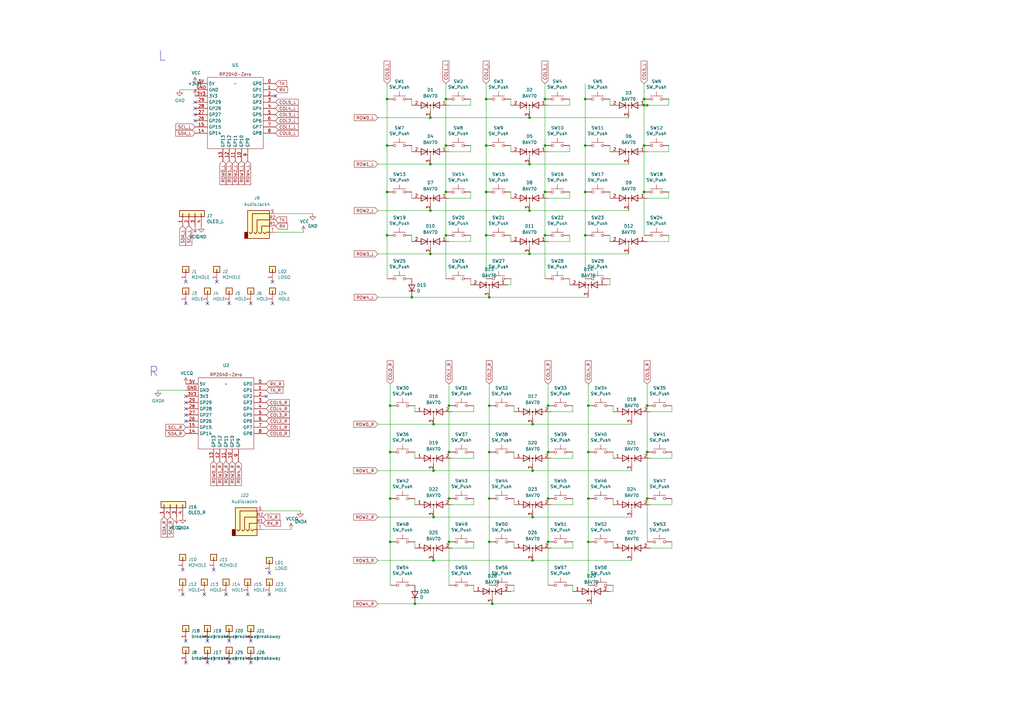
<source format=kicad_sch>
(kicad_sch (version 20230121) (generator eeschema)
  (paper "A3")
  (title_block (title "Lily58 Lite Rev3") (date "2024-09-07"))
  (junction (at 160.02 166.37))
  (junction (at 265.43 166.37))
  (junction (at 264.16 59.69))
  (junction (at 182.88 78.74))
  (junction (at 176.53 67.31))
  (junction (at 176.53 48.26))
  (junction (at 199.39 96.52))
  (junction (at 160.02 222.25))
  (junction (at 200.66 204.47))
  (junction (at 240.03 40.64))
  (junction (at 176.53 104.14))
  (junction (at 224.79 185.42))
  (junction (at 199.39 78.74))
  (junction (at 158.75 78.74))
  (junction (at 200.66 222.25))
  (junction (at 160.02 185.42))
  (junction (at 217.17 48.26))
  (junction (at 240.03 78.74))
  (junction (at 199.39 59.69))
  (junction (at 200.66 166.37))
  (junction (at 217.17 104.14))
  (junction (at 241.3 204.47))
  (junction (at 177.8 173.99))
  (junction (at 264.16 78.74))
  (junction (at 184.15 185.42))
  (junction (at 224.79 204.47))
  (junction (at 265.43 43.18))
  (junction (at 224.79 222.25))
  (junction (at 218.44 229.87))
  (junction (at 176.53 86.36))
  (junction (at 201.93 247.65))
  (junction (at 158.75 40.64))
  (junction (at 223.52 40.64))
  (junction (at 168.91 121.92))
  (junction (at 240.03 59.69))
  (junction (at 218.44 173.99))
  (junction (at 223.52 78.74))
  (junction (at 158.75 96.52))
  (junction (at 241.3 222.25))
  (junction (at 241.3 166.37))
  (junction (at 177.8 193.04))
  (junction (at 264.16 43.18))
  (junction (at 218.44 212.09))
  (junction (at 170.18 247.65))
  (junction (at 184.15 222.25))
  (junction (at 223.52 59.69))
  (junction (at 182.88 96.52))
  (junction (at 182.88 40.64))
  (junction (at 218.44 193.04))
  (junction (at 217.17 86.36))
  (junction (at 158.75 59.69))
  (junction (at 184.15 204.47))
  (junction (at 177.8 229.87))
  (junction (at 200.66 121.92))
  (junction (at 240.03 96.52))
  (junction (at 199.39 40.64))
  (junction (at 177.8 212.09))
  (junction (at 182.88 59.69))
  (junction (at 224.79 166.37))
  (junction (at 265.43 185.42))
  (junction (at 265.43 204.47))
  (junction (at 184.15 166.37))
  (junction (at 160.02 204.47))
  (junction (at 217.17 67.31))
  (junction (at 264.16 40.64))
  (junction (at 241.3 185.42))
  (junction (at 223.52 96.52))
  (junction (at 200.66 185.42))
  (no_connect (at 76.2 124.46))
  (no_connect (at 76.2 162.56))
  (no_connect (at 102.87 262.89))
  (no_connect (at 80.01 49.53))
  (no_connect (at 102.87 271.78))
  (no_connect (at 93.98 262.89))
  (no_connect (at 76.2 271.78))
  (no_connect (at 85.09 271.78))
  (no_connect (at 83.82 243.84))
  (no_connect (at 85.09 262.89))
  (no_connect (at 76.2 167.64))
  (no_connect (at 76.2 262.89))
  (no_connect (at 93.98 124.46))
  (no_connect (at 109.22 162.56))
  (no_connect (at 80.01 46.99))
  (no_connect (at 76.2 170.18))
  (no_connect (at 87.63 233.68))
  (no_connect (at 92.71 243.84))
  (no_connect (at 101.6 243.84))
  (no_connect (at 113.03 39.37))
  (no_connect (at 85.09 124.46))
  (no_connect (at 93.98 271.78))
  (no_connect (at 110.49 234.95))
  (no_connect (at 110.49 243.84))
  (no_connect (at 74.93 233.68))
  (no_connect (at 80.01 44.45))
  (no_connect (at 111.76 115.57))
  (no_connect (at 76.2 172.72))
  (no_connect (at 76.2 165.1))
  (no_connect (at 80.01 41.91))
  (no_connect (at 74.93 243.84))
  (no_connect (at 111.76 124.46))
  (no_connect (at 102.87 124.46))
  (no_connect (at 88.9 115.57))
  (no_connect (at 76.2 115.57))
  (wire (pts (xy 200.66 166.37) (xy 200.66 185.42)))
  (wire (pts (xy 265.43 157.48) (xy 265.43 166.37)))
  (wire (pts (xy 200.66 222.25) (xy 200.66 240.03)))
  (wire (pts (xy 266.7 168.91) (xy 275.59 168.91)))
  (wire (pts (xy 200.66 157.48) (xy 200.66 166.37)))
  (wire (pts (xy 226.06 224.79) (xy 234.95 224.79)))
  (wire (pts (xy 201.93 247.65) (xy 242.57 247.65)))
  (wire (pts (xy 240.03 59.69) (xy 240.03 78.74)))
  (wire (pts (xy 224.79 204.47) (xy 224.79 222.25)))
  (wire (pts (xy 113.03 87.63) (xy 128.27 87.63)))
  (wire (pts (xy 154.94 247.65) (xy 170.18 247.65)))
  (wire (pts (xy 275.59 224.79) (xy 275.59 222.25)))
  (wire (pts (xy 177.8 212.09) (xy 218.44 212.09)))
  (wire (pts (xy 233.68 59.69) (xy 233.68 62.23)))
  (wire (pts (xy 184.15 43.18) (xy 193.04 43.18)))
  (wire (pts (xy 217.17 104.14) (xy 257.81 104.14)))
  (wire (pts (xy 107.95 217.17) (xy 119.38 217.17)))
  (wire (pts (xy 224.79 185.42) (xy 224.79 204.47)))
  (wire (pts (xy 193.04 59.69) (xy 193.04 62.23)))
  (wire (pts (xy 184.15 157.48) (xy 184.15 166.37)))
  (wire (pts (xy 264.16 40.64) (xy 264.16 34.29)))
  (wire (pts (xy 154.94 173.99) (xy 177.8 173.99)))
  (wire (pts (xy 170.18 222.25) (xy 170.18 224.79)))
  (wire (pts (xy 107.95 209.55) (xy 123.19 209.55)))
  (wire (pts (xy 184.15 62.23) (xy 193.04 62.23)))
  (wire (pts (xy 241.3 157.48) (xy 241.3 166.37)))
  (wire (pts (xy 233.68 114.3) (xy 233.68 116.84)))
  (wire (pts (xy 194.31 207.01) (xy 194.31 204.47)))
  (wire (pts (xy 158.75 59.69) (xy 158.75 40.64)))
  (wire (pts (xy 177.8 173.99) (xy 218.44 173.99)))
  (wire (pts (xy 218.44 229.87) (xy 259.08 229.87)))
  (wire (pts (xy 209.55 78.74) (xy 209.55 81.28)))
  (wire (pts (xy 250.19 114.3) (xy 250.19 116.84)))
  (wire (pts (xy 168.91 40.64) (xy 168.91 43.18)))
  (wire (pts (xy 275.59 204.47) (xy 275.59 207.01)))
  (wire (pts (xy 224.79 62.23) (xy 233.68 62.23)))
  (wire (pts (xy 199.39 96.52) (xy 199.39 78.74)))
  (wire (pts (xy 233.68 78.74) (xy 233.68 81.28)))
  (wire (pts (xy 209.55 59.69) (xy 209.55 62.23)))
  (wire (pts (xy 208.28 116.84) (xy 209.55 116.84)))
  (wire (pts (xy 170.18 204.47) (xy 170.18 207.01)))
  (wire (pts (xy 185.42 224.79) (xy 194.31 224.79)))
  (wire (pts (xy 200.66 204.47) (xy 200.66 222.25)))
  (wire (pts (xy 193.04 116.84) (xy 193.04 114.3)))
  (wire (pts (xy 168.91 121.92) (xy 200.66 121.92)))
  (wire (pts (xy 218.44 193.04) (xy 259.08 193.04)))
  (wire (pts (xy 158.75 96.52) (xy 158.75 78.74)))
  (wire (pts (xy 251.46 185.42) (xy 251.46 187.96)))
  (wire (pts (xy 184.15 185.42) (xy 184.15 204.47)))
  (wire (pts (xy 185.42 168.91) (xy 194.31 168.91)))
  (wire (pts (xy 233.68 99.06) (xy 233.68 96.52)))
  (wire (pts (xy 251.46 166.37) (xy 251.46 168.91)))
  (wire (pts (xy 223.52 40.64) (xy 223.52 59.69)))
  (wire (pts (xy 224.79 166.37) (xy 224.79 185.42)))
  (wire (pts (xy 240.03 114.3) (xy 240.03 96.52)))
  (wire (pts (xy 168.91 59.69) (xy 168.91 62.23)))
  (wire (pts (xy 154.94 48.26) (xy 176.53 48.26)))
  (wire (pts (xy 234.95 222.25) (xy 234.95 224.79)))
  (wire (pts (xy 184.15 204.47) (xy 184.15 222.25)))
  (wire (pts (xy 240.03 34.29) (xy 240.03 40.64)))
  (wire (pts (xy 241.3 222.25) (xy 241.3 240.03)))
  (wire (pts (xy 241.3 185.42) (xy 241.3 204.47)))
  (wire (pts (xy 233.68 40.64) (xy 233.68 43.18)))
  (wire (pts (xy 264.16 43.18) (xy 264.16 59.69)))
  (wire (pts (xy 170.18 166.37) (xy 170.18 168.91)))
  (wire (pts (xy 275.59 185.42) (xy 275.59 187.96)))
  (wire (pts (xy 224.79 157.48) (xy 224.79 166.37)))
  (wire (pts (xy 274.32 78.74) (xy 274.32 81.28)))
  (wire (pts (xy 182.88 59.69) (xy 182.88 78.74)))
  (wire (pts (xy 193.04 40.64) (xy 193.04 43.18)))
  (wire (pts (xy 224.79 81.28) (xy 233.68 81.28)))
  (wire (pts (xy 209.55 242.57) (xy 210.82 242.57)))
  (wire (pts (xy 200.66 185.42) (xy 200.66 204.47)))
  (wire (pts (xy 194.31 185.42) (xy 194.31 187.96)))
  (wire (pts (xy 184.15 81.28) (xy 193.04 81.28)))
  (wire (pts (xy 193.04 78.74) (xy 193.04 81.28)))
  (wire (pts (xy 234.95 166.37) (xy 234.95 168.91)))
  (wire (pts (xy 160.02 240.03) (xy 160.02 222.25)))
  (wire (pts (xy 113.03 95.25) (xy 124.46 95.25)))
  (wire (pts (xy 250.19 78.74) (xy 250.19 81.28)))
  (wire (pts (xy 154.94 67.31) (xy 176.53 67.31)))
  (wire (pts (xy 234.95 204.47) (xy 234.95 207.01)))
  (wire (pts (xy 265.43 166.37) (xy 265.43 185.42)))
  (wire (pts (xy 184.15 99.06) (xy 193.04 99.06)))
  (wire (pts (xy 177.8 193.04) (xy 218.44 193.04)))
  (wire (pts (xy 182.88 96.52) (xy 182.88 114.3)))
  (wire (pts (xy 182.88 40.64) (xy 182.88 59.69)))
  (wire (pts (xy 217.17 48.26) (xy 257.81 48.26)))
  (wire (pts (xy 160.02 185.42) (xy 160.02 166.37)))
  (wire (pts (xy 251.46 204.47) (xy 251.46 207.01)))
  (wire (pts (xy 194.31 222.25) (xy 194.31 224.79)))
  (wire (pts (xy 251.46 240.03) (xy 251.46 242.57)))
  (wire (pts (xy 73.66 36.83) (xy 80.01 36.83)))
  (wire (pts (xy 182.88 78.74) (xy 182.88 96.52)))
  (wire (pts (xy 154.94 193.04) (xy 177.8 193.04)))
  (wire (pts (xy 226.06 187.96) (xy 234.95 187.96)))
  (wire (pts (xy 160.02 222.25) (xy 160.02 204.47)))
  (wire (pts (xy 264.16 78.74) (xy 264.16 96.52)))
  (wire (pts (xy 194.31 240.03) (xy 194.31 242.57)))
  (wire (pts (xy 266.7 224.79) (xy 275.59 224.79)))
  (wire (pts (xy 184.15 222.25) (xy 184.15 240.03)))
  (wire (pts (xy 185.42 207.01) (xy 194.31 207.01)))
  (wire (pts (xy 209.55 40.64) (xy 209.55 43.18)))
  (wire (pts (xy 275.59 166.37) (xy 275.59 168.91)))
  (wire (pts (xy 158.75 96.52) (xy 158.75 114.3)))
  (wire (pts (xy 210.82 166.37) (xy 210.82 168.91)))
  (wire (pts (xy 274.32 40.64) (xy 274.32 43.18)))
  (wire (pts (xy 199.39 59.69) (xy 199.39 78.74)))
  (wire (pts (xy 184.15 166.37) (xy 184.15 185.42)))
  (wire (pts (xy 200.66 121.92) (xy 241.3 121.92)))
  (wire (pts (xy 250.19 116.84) (xy 248.92 116.84)))
  (wire (pts (xy 274.32 59.69) (xy 274.32 62.23)))
  (wire (pts (xy 160.02 204.47) (xy 160.02 185.42)))
  (wire (pts (xy 154.94 121.92) (xy 168.91 121.92)))
  (wire (pts (xy 266.7 207.01) (xy 275.59 207.01)))
  (wire (pts (xy 177.8 229.87) (xy 218.44 229.87)))
  (wire (pts (xy 274.32 62.23) (xy 265.43 62.23)))
  (wire (pts (xy 168.91 96.52) (xy 168.91 99.06)))
  (wire (pts (xy 264.16 59.69) (xy 264.16 78.74)))
  (wire (pts (xy 209.55 96.52) (xy 209.55 99.06)))
  (wire (pts (xy 250.19 40.64) (xy 250.19 43.18)))
  (wire (pts (xy 182.88 34.29) (xy 182.88 40.64)))
  (wire (pts (xy 217.17 67.31) (xy 257.81 67.31)))
  (wire (pts (xy 224.79 222.25) (xy 224.79 240.03)))
  (wire (pts (xy 224.79 99.06) (xy 233.68 99.06)))
  (wire (pts (xy 176.53 48.26) (xy 217.17 48.26)))
  (wire (pts (xy 265.43 204.47) (xy 265.43 222.25)))
  (wire (pts (xy 176.53 104.14) (xy 217.17 104.14)))
  (wire (pts (xy 76.2 160.02) (xy 64.77 160.02)))
  (wire (pts (xy 176.53 86.36) (xy 217.17 86.36)))
  (wire (pts (xy 241.3 204.47) (xy 241.3 222.25)))
  (wire (pts (xy 226.06 207.01) (xy 234.95 207.01)))
  (wire (pts (xy 250.19 96.52) (xy 250.19 99.06)))
  (wire (pts (xy 223.52 34.29) (xy 223.52 40.64)))
  (wire (pts (xy 218.44 173.99) (xy 259.08 173.99)))
  (wire (pts (xy 199.39 59.69) (xy 199.39 40.64)))
  (wire (pts (xy 223.52 59.69) (xy 223.52 78.74)))
  (wire (pts (xy 199.39 114.3) (xy 199.39 96.52)))
  (wire (pts (xy 265.43 185.42) (xy 265.43 204.47)))
  (wire (pts (xy 266.7 187.96) (xy 275.59 187.96)))
  (wire (pts (xy 168.91 78.74) (xy 168.91 81.28)))
  (wire (pts (xy 274.32 81.28) (xy 265.43 81.28)))
  (wire (pts (xy 158.75 78.74) (xy 158.75 59.69)))
  (wire (pts (xy 209.55 114.3) (xy 209.55 116.84)))
  (wire (pts (xy 234.95 240.03) (xy 234.95 242.57)))
  (wire (pts (xy 251.46 222.25) (xy 251.46 224.79)))
  (wire (pts (xy 264.16 43.18) (xy 265.43 43.18)))
  (wire (pts (xy 170.18 247.65) (xy 201.93 247.65)))
  (wire (pts (xy 154.94 212.09) (xy 177.8 212.09)))
  (wire (pts (xy 217.17 86.36) (xy 257.81 86.36)))
  (wire (pts (xy 265.43 99.06) (xy 274.32 99.06)))
  (wire (pts (xy 226.06 168.91) (xy 234.95 168.91)))
  (wire (pts (xy 154.94 104.14) (xy 176.53 104.14)))
  (wire (pts (xy 240.03 40.64) (xy 240.03 59.69)))
  (wire (pts (xy 264.16 40.64) (xy 264.16 43.18)))
  (wire (pts (xy 274.32 96.52) (xy 274.32 99.06)))
  (wire (pts (xy 154.94 86.36) (xy 176.53 86.36)))
  (wire (pts (xy 234.95 185.42) (xy 234.95 187.96)))
  (wire (pts (xy 185.42 187.96) (xy 194.31 187.96)))
  (wire (pts (xy 210.82 204.47) (xy 210.82 207.01)))
  (wire (pts (xy 223.52 78.74) (xy 223.52 96.52)))
  (wire (pts (xy 240.03 96.52) (xy 240.03 78.74)))
  (wire (pts (xy 251.46 242.57) (xy 250.19 242.57)))
  (wire (pts (xy 274.32 43.18) (xy 265.43 43.18)))
  (wire (pts (xy 210.82 240.03) (xy 210.82 242.57)))
  (wire (pts (xy 250.19 59.69) (xy 250.19 62.23)))
  (wire (pts (xy 154.94 229.87) (xy 177.8 229.87)))
  (wire (pts (xy 176.53 67.31) (xy 217.17 67.31)))
  (wire (pts (xy 210.82 185.42) (xy 210.82 187.96)))
  (wire (pts (xy 210.82 222.25) (xy 210.82 224.79)))
  (wire (pts (xy 194.31 166.37) (xy 194.31 168.91)))
  (wire (pts (xy 241.3 166.37) (xy 241.3 185.42)))
  (wire (pts (xy 170.18 185.42) (xy 170.18 187.96)))
  (wire (pts (xy 158.75 40.64) (xy 158.75 34.29)))
  (wire (pts (xy 223.52 96.52) (xy 223.52 114.3)))
  (wire (pts (xy 224.79 43.18) (xy 233.68 43.18)))
  (wire (pts (xy 160.02 157.48) (xy 160.02 166.37)))
  (wire (pts (xy 199.39 34.29) (xy 199.39 40.64)))
  (wire (pts (xy 218.44 212.09) (xy 259.08 212.09)))
  (wire (pts (xy 193.04 99.06) (xy 193.04 96.52)))
  (text "L" (at 64.77 25.4 0) (effects (font (size 4 4)) (justify left bottom)))
  (text "R" (at 60.96 154.94 0) (effects (font (size 4 4)) (justify left bottom)))
  (global_label "COL2_R" (shape input) (at 109.22 172.72 0) (property "Intersheetrefs" "${INTERSHEET_REFS}" (effects hide)))
  (global_label "TX_R" (shape input) (at 109.22 160.02 0) (property "Intersheetrefs" "${INTERSHEET_REFS}" (effects hide)) (property "シート間のリファレンス" "${INTERSHEET_REFS}" (effects hide)))
  (global_label "COL1_L" (shape input) (at 113.03 52.07 0) (property "Intersheetrefs" "${INTERSHEET_REFS}" (effects hide)))
  (global_label "COL3_R" (shape input) (at 109.22 170.18 0) (property "Intersheetrefs" "${INTERSHEET_REFS}" (effects hide)))
  (global_label "ROW0_R" (shape input) (at 154.94 173.99 180) (property "Intersheetrefs" "${INTERSHEET_REFS}" (effects hide)))
  (global_label "ROW4_R" (shape input) (at 154.94 247.65 180) (property "Intersheetrefs" "${INTERSHEET_REFS}" (effects hide)))
  (global_label "COL2_L" (shape input) (at 199.39 34.29 90) (property "Intersheetrefs" "${INTERSHEET_REFS}" (effects hide)))
  (global_label "RX_R" (shape input) (at 109.22 157.48 0) (property "Intersheetrefs" "${INTERSHEET_REFS}" (effects hide)) (property "シート間のリファレンス" "${INTERSHEET_REFS}" (effects hide)))
  (global_label "ROW3_L" (shape input) (at 154.94 104.14 180) (property "Intersheetrefs" "${INTERSHEET_REFS}" (effects hide)))
  (global_label "TX" (shape input) (at 113.03 90.17 0) (property "Intersheetrefs" "${INTERSHEET_REFS}" (effects hide)) (property "シート間のリファレンス" "${INTERSHEET_REFS}" (effects hide)))
  (global_label "ROW1_R" (shape input) (at 90.17 189.23 270) (property "Intersheetrefs" "${INTERSHEET_REFS}" (effects hide)))
  (global_label "SDA_L" (shape input) (at 74.93 92.71 270) (property "Intersheetrefs" "${INTERSHEET_REFS}" (effects hide)))
  (global_label "ROW4_L" (shape input) (at 154.94 121.92 180) (property "Intersheetrefs" "${INTERSHEET_REFS}" (effects hide)))
  (global_label "COL4_R" (shape input) (at 241.3 157.48 90) (property "Intersheetrefs" "${INTERSHEET_REFS}" (effects hide)))
  (global_label "COL3_L" (shape input) (at 113.03 46.99 0) (property "Intersheetrefs" "${INTERSHEET_REFS}" (effects hide)))
  (global_label "COL4_L" (shape input) (at 113.03 44.45 0) (property "Intersheetrefs" "${INTERSHEET_REFS}" (effects hide)))
  (global_label "ROW3_R" (shape input) (at 95.25 189.23 270) (property "Intersheetrefs" "${INTERSHEET_REFS}" (effects hide)))
  (global_label "RX_R" (shape input) (at 107.95 214.63 0) (property "Intersheetrefs" "${INTERSHEET_REFS}" (effects hide)) (property "シート間のリファレンス" "${INTERSHEET_REFS}" (effects hide)))
  (global_label "COL5_L" (shape input) (at 264.16 34.29 90) (property "Intersheetrefs" "${INTERSHEET_REFS}" (effects hide)))
  (global_label "ROW1_L" (shape input) (at 154.94 67.31 180) (property "Intersheetrefs" "${INTERSHEET_REFS}" (effects hide)))
  (global_label "ROW1_L" (shape input) (at 93.98 66.04 270) (property "Intersheetrefs" "${INTERSHEET_REFS}" (effects hide)))
  (global_label "COL5_L" (shape input) (at 113.03 41.91 0) (property "Intersheetrefs" "${INTERSHEET_REFS}" (effects hide)))
  (global_label "SDA_R" (shape input) (at 67.31 212.09 270) (property "Intersheetrefs" "${INTERSHEET_REFS}" (effects hide)))
  (global_label "COL0_L" (shape input) (at 158.75 34.29 90) (property "Intersheetrefs" "${INTERSHEET_REFS}" (effects hide)))
  (global_label "COL2_R" (shape input) (at 200.66 157.48 90) (property "Intersheetrefs" "${INTERSHEET_REFS}" (effects hide)))
  (global_label "ROW0_L" (shape input) (at 91.44 66.04 270) (property "Intersheetrefs" "${INTERSHEET_REFS}" (effects hide)))
  (global_label "COL1_R" (shape input) (at 184.15 157.48 90) (property "Intersheetrefs" "${INTERSHEET_REFS}" (effects hide)))
  (global_label "SDA_R" (shape input) (at 76.2 177.8 180) (property "Intersheetrefs" "${INTERSHEET_REFS}" (effects hide)))
  (global_label "SCL_L" (shape input) (at 80.01 52.07 180) (property "Intersheetrefs" "${INTERSHEET_REFS}" (effects hide)))
  (global_label "TX_R" (shape input) (at 107.95 212.09 0) (property "Intersheetrefs" "${INTERSHEET_REFS}" (effects hide)) (property "シート間のリファレンス" "${INTERSHEET_REFS}" (effects hide)))
  (global_label "COL1_R" (shape input) (at 109.22 175.26 0) (property "Intersheetrefs" "${INTERSHEET_REFS}" (effects hide)))
  (global_label "COL2_L" (shape input) (at 113.03 49.53 0) (property "Intersheetrefs" "${INTERSHEET_REFS}" (effects hide)))
  (global_label "SCL_R" (shape input) (at 76.2 175.26 180) (property "Intersheetrefs" "${INTERSHEET_REFS}" (effects hide)))
  (global_label "ROW3_L" (shape input) (at 99.06 66.04 270) (property "Intersheetrefs" "${INTERSHEET_REFS}" (effects hide)))
  (global_label "ROW0_L" (shape input) (at 154.94 48.26 180) (property "Intersheetrefs" "${INTERSHEET_REFS}" (effects hide)))
  (global_label "SCL_L" (shape input) (at 77.47 92.71 270) (property "Intersheetrefs" "${INTERSHEET_REFS}" (effects hide)))
  (global_label "ROW2_R" (shape input) (at 92.71 189.23 270) (property "Intersheetrefs" "${INTERSHEET_REFS}" (effects hide)))
  (global_label "ROW2_R" (shape input) (at 154.94 212.09 180) (property "Intersheetrefs" "${INTERSHEET_REFS}" (effects hide)))
  (global_label "COL3_L" (shape input) (at 223.52 34.29 90) (property "Intersheetrefs" "${INTERSHEET_REFS}" (effects hide)))
  (global_label "COL0_R" (shape input) (at 160.02 157.48 90) (property "Intersheetrefs" "${INTERSHEET_REFS}" (effects hide)))
  (global_label "ROW0_R" (shape input) (at 87.63 189.23 270) (property "Intersheetrefs" "${INTERSHEET_REFS}" (effects hide)))
  (global_label "TX" (shape input) (at 113.03 34.29 0) (property "Intersheetrefs" "${INTERSHEET_REFS}" (effects hide)) (property "シート間のリファレンス" "${INTERSHEET_REFS}" (effects hide)))
  (global_label "RX" (shape input) (at 113.03 92.71 0) (property "Intersheetrefs" "${INTERSHEET_REFS}" (effects hide)) (property "シート間のリファレンス" "${INTERSHEET_REFS}" (effects hide)))
  (global_label "ROW1_R" (shape input) (at 154.94 193.04 180) (property "Intersheetrefs" "${INTERSHEET_REFS}" (effects hide)))
  (global_label "COL1_L" (shape input) (at 182.88 34.29 90) (property "Intersheetrefs" "${INTERSHEET_REFS}" (effects hide)))
  (global_label "RX" (shape input) (at 113.03 36.83 0) (property "Intersheetrefs" "${INTERSHEET_REFS}" (effects hide)) (property "シート間のリファレンス" "${INTERSHEET_REFS}" (effects hide)))
  (global_label "SDA_L" (shape input) (at 80.01 54.61 180) (property "Intersheetrefs" "${INTERSHEET_REFS}" (effects hide)))
  (global_label "COL0_R" (shape input) (at 109.22 177.8 0) (property "Intersheetrefs" "${INTERSHEET_REFS}" (effects hide)))
  (global_label "COL5_R" (shape input) (at 265.43 157.48 90) (property "Intersheetrefs" "${INTERSHEET_REFS}" (effects hide)))
  (global_label "COL3_R" (shape input) (at 224.79 157.48 90) (property "Intersheetrefs" "${INTERSHEET_REFS}" (effects hide)))
  (global_label "ROW2_L" (shape input) (at 96.52 66.04 270) (property "Intersheetrefs" "${INTERSHEET_REFS}" (effects hide)))
  (global_label "ROW2_L" (shape input) (at 154.94 86.36 180) (property "Intersheetrefs" "${INTERSHEET_REFS}" (effects hide)))
  (global_label "COL4_R" (shape input) (at 109.22 167.64 0) (property "Intersheetrefs" "${INTERSHEET_REFS}" (effects hide)))
  (global_label "SCL_R" (shape input) (at 69.85 212.09 270) (property "Intersheetrefs" "${INTERSHEET_REFS}" (effects hide)))
  (global_label "COL5_R" (shape input) (at 109.22 165.1 0) (property "Intersheetrefs" "${INTERSHEET_REFS}" (effects hide)))
  (global_label "COL0_L" (shape input) (at 113.03 54.61 0) (property "Intersheetrefs" "${INTERSHEET_REFS}" (effects hide)))
  (global_label "ROW3_R" (shape input) (at 154.94 229.87 180) (property "Intersheetrefs" "${INTERSHEET_REFS}" (effects hide)))
  (global_label "ROW4_L" (shape input) (at 101.6 66.04 270) (property "Intersheetrefs" "${INTERSHEET_REFS}" (effects hide)))
  (global_label "ROW4_R" (shape input) (at 97.79 189.23 270) (property "Intersheetrefs" "${INTERSHEET_REFS}" (effects hide)))
  (symbol (lib_id "yuchi:RP2040-Zero") (at 96.52 45.72 0) (unit 1)
    (property "Reference" "U1" (at 96.52 26.67 0))
    (property "Value" "~" (at 96.52 34.29 0))
    (property "Footprint" "yuchi_kbd:RP2040-Zero_bottom" (effects hide))
  )
  (symbol (lib_id "Connector_Generic:Conn_01x01") (at 92.71 238.76 90) (unit 1)
    (property "Reference" "J14" (at 94.9452 239.6744 90) (effects (justify right)))
    (property "Value" "HOLE" (at 94.9452 241.9858 90) (effects (justify right)))
    (property "Footprint" "yuchi:HOLE_M2_TH_5mm" (effects hide))
  )
  (symbol (lib_id "Switch:SW_Push") (at 228.6 40.64 0) (unit 1)
    (property "Reference" "SW4" (at 228.6 33.401 0))
    (property "Value" "SW_Push" (at 228.6 35.7124 0))
    (property "Footprint" "yuchi_kbd:MX_HOLE" (effects hide))
  )
  (symbol (lib_id "Switch:SW_Push") (at 229.87 222.25 0) (unit 1)
    (property "Reference" "SW51" (at 229.87 215.011 0))
    (property "Value" "SW_Push" (at 229.87 217.3224 0))
    (property "Footprint" "yuchi_kbd:MX_HOLE" (effects hide))
  )
  (symbol (lib_id "Switch:SW_Push") (at 204.47 96.52 0) (unit 1)
    (property "Reference" "SW21" (at 204.47 89.281 0))
    (property "Value" "SW_Push" (at 204.47 91.5924 0))
    (property "Footprint" "yuchi_kbd:MX_HOLE" (effects hide))
  )
  (symbol (lib_id "Switch:SW_Push") (at 189.23 204.47 0) (unit 1)
    (property "Reference" "SW43" (at 189.23 197.231 0))
    (property "Value" "SW_Push" (at 189.23 199.5424 0))
    (property "Footprint" "yuchi_kbd:MX_HOLE" (effects hide))
  )
  (symbol (lib_id "Connector_Generic:Conn_01x01") (at 102.87 119.38 90) (unit 1)
    (property "Reference" "J6" (at 105.1052 120.2944 90) (effects (justify right)))
    (property "Value" "HOLE" (at 105.1052 122.6058 90) (effects (justify right)))
    (property "Footprint" "yuchi:HOLE_M2_TH_5mm" (effects hide))
  )
  (symbol (lib_id "Connector_Generic:Conn_01x01") (at 76.2 257.81 90) (unit 1)
    (property "Reference" "J18" (at 78.4352 258.7244 90) (effects (justify right)))
    (property "Value" "breakaway" (at 78.4352 261.0358 90) (effects (justify right)))
    (property "Footprint" "yuchi_kbd:breakaway04" (effects hide))
  )
  (symbol (lib_id "Switch:SW_Push") (at 204.47 59.69 0) (unit 1)
    (property "Reference" "SW9" (at 204.47 52.451 0))
    (property "Value" "SW_Push" (at 204.47 54.7624 0))
    (property "Footprint" "yuchi_kbd:MX_HOLE" (effects hide))
  )
  (symbol (lib_id "Switch:SW_Push") (at 245.11 78.74 0) (unit 1)
    (property "Reference" "SW17" (at 245.11 71.501 0))
    (property "Value" "SW_Push" (at 245.11 73.8124 0))
    (property "Footprint" "yuchi_kbd:MX_HOLE" (effects hide))
  )
  (symbol (lib_id "Switch:SW_Push") (at 163.83 59.69 0) (unit 1)
    (property "Reference" "SW7" (at 163.83 52.451 0))
    (property "Value" "SW_Push" (at 163.83 54.7624 0))
    (property "Footprint" "yuchi_kbd:MX_HOLE" (effects hide))
  )
  (symbol (lib_id "power:VCCQ") (at 119.38 217.17 0) (unit 1)
    (property "Reference" "#PWR018" (effects hide))
    (property "Value" "VCCQ" (at 119.8118 212.7758 0))
  )
  (symbol (lib_id "Switch:SW_Push") (at 228.6 78.74 0) (unit 1)
    (property "Reference" "SW16" (at 228.6 71.501 0))
    (property "Value" "SW_Push" (at 228.6 73.8124 0))
    (property "Footprint" "yuchi_kbd:MX_HOLE" (effects hide))
  )
  (symbol (lib_id "Switch:SW_Push") (at 163.83 96.52 0) (unit 1)
    (property "Reference" "SW19" (at 163.83 89.281 0))
    (property "Value" "SW_Push" (at 163.83 91.5924 0))
    (property "Footprint" "yuchi_kbd:MX_HOLE" (effects hide))
  )
  (symbol (lib_id "Switch:SW_Push") (at 165.1 166.37 0) (unit 1)
    (property "Reference" "SW30" (at 165.1 159.131 0))
    (property "Value" "SW_Push" (at 165.1 161.4424 0))
    (property "Footprint" "yuchi_kbd:MX_HOLE" (effects hide))
  )
  (symbol (lib_id "Diode:BAV70") (at 176.53 81.28 0) (mirror y) (unit 1)
    (property "Reference" "D7" (at 176.53 74.93 0))
    (property "Value" "BAV70" (at 176.53 77.47 0))
    (property "Footprint" "Package_TO_SOT_SMD:SOT-23" (effects hide))
    (property "Datasheet" "https://assets.nexperia.com/documents/data-sheet/BAV70_SER.pdf" (effects hide))
  )
  (symbol (lib_id "Switch:SW_Push") (at 189.23 185.42 0) (unit 1)
    (property "Reference" "SW37" (at 189.23 178.181 0))
    (property "Value" "SW_Push" (at 189.23 180.4924 0))
    (property "Footprint" "yuchi_kbd:MX_HOLE" (effects hide))
  )
  (symbol (lib_id "Connector_Generic:Conn_01x01") (at 111.76 119.38 90) (unit 1)
    (property "Reference" "J24" (at 113.9952 120.2944 90) (effects (justify right)))
    (property "Value" "HOLE" (at 113.9952 122.6058 90) (effects (justify right)))
    (property "Footprint" "yuchi:HOLE_M2_TH" (effects hide))
  )
  (symbol (lib_id "Switch:SW_Push") (at 270.51 204.47 0) (unit 1)
    (property "Reference" "SW47" (at 270.51 197.231 0))
    (property "Value" "SW_Push" (at 270.51 199.5424 0))
    (property "Footprint" "yuchi_kbd:MX_HOLE" (effects hide))
  )
  (symbol (lib_id "Switch:SW_Push") (at 205.74 185.42 0) (unit 1)
    (property "Reference" "SW38" (at 205.74 178.181 0))
    (property "Value" "SW_Push" (at 205.74 180.4924 0))
    (property "Footprint" "yuchi_kbd:MX_HOLE" (effects hide))
  )
  (symbol (lib_id "power:GND") (at 128.27 87.63 0) (unit 1)
    (property "Reference" "#PWR07" (effects hide))
    (property "Value" "GND" (at 128.27 92.71 0))
  )
  (symbol (lib_id "Diode:BAV70") (at 241.3 116.84 0) (mirror y) (unit 1)
    (property "Reference" "D14" (at 241.3 110.49 0))
    (property "Value" "BAV70" (at 241.3 113.03 0))
    (property "Footprint" "Package_TO_SOT_SMD:SOT-23" (effects hide))
    (property "Datasheet" "https://assets.nexperia.com/documents/data-sheet/BAV70_SER.pdf" (effects hide))
  )
  (symbol (lib_id "Diode:BAV70") (at 217.17 99.06 0) (mirror y) (unit 1)
    (property "Reference" "D11" (at 217.17 92.71 0))
    (property "Value" "BAV70" (at 217.17 95.25 0))
    (property "Footprint" "Package_TO_SOT_SMD:SOT-23" (effects hide))
    (property "Datasheet" "https://assets.nexperia.com/documents/data-sheet/BAV70_SER.pdf" (effects hide))
  )
  (symbol (lib_id "Switch:SW_Push") (at 245.11 59.69 0) (unit 1)
    (property "Reference" "SW11" (at 245.11 52.451 0))
    (property "Value" "SW_Push" (at 245.11 54.7624 0))
    (property "Footprint" "yuchi_kbd:MX_HOLE" (effects hide))
  )
  (symbol (lib_id "Switch:SW_Push") (at 246.38 222.25 0) (unit 1)
    (property "Reference" "SW52" (at 246.38 215.011 0))
    (property "Value" "SW_Push" (at 246.38 217.3224 0))
    (property "Footprint" "yuchi_kbd:MX_HOLE" (effects hide))
  )
  (symbol (lib_id "Switch:SW_Push") (at 165.1 222.25 0) (unit 1)
    (property "Reference" "SW48" (at 165.1 215.011 0))
    (property "Value" "SW_Push" (at 165.1 217.3224 0))
    (property "Footprint" "yuchi_kbd:MX_HOLE" (effects hide))
  )
  (symbol (lib_id "Connector_Generic:Conn_01x01") (at 76.2 110.49 90) (unit 1)
    (property "Reference" "J1" (at 78.4352 111.4044 90) (effects (justify right)))
    (property "Value" "M2HOLE" (at 78.4352 113.7158 90) (effects (justify right)))
    (property "Footprint" "yuchi:M2_HOLE_PCB" (effects hide))
  )
  (symbol (lib_id "Connector_Generic:Conn_01x01") (at 102.87 257.81 90) (unit 1)
    (property "Reference" "J21" (at 105.1052 258.7244 90) (effects (justify right)))
    (property "Value" "breakaway" (at 105.1052 261.0358 90) (effects (justify right)))
    (property "Footprint" "yuchi_kbd:breakaway04" (effects hide))
  )
  (symbol (lib_id "Switch:SW_Push") (at 165.1 240.03 0) (unit 1)
    (property "Reference" "SW54" (at 165.1 232.791 0))
    (property "Value" "SW_Push" (at 165.1 235.1024 0))
    (property "Footprint" "yuchi_kbd:MX_HOLE" (effects hide))
  )
  (symbol (lib_id "Switch:SW_Push") (at 270.51 222.25 0) (unit 1)
    (property "Reference" "SW53" (at 270.51 215.011 0))
    (property "Value" "SW_Push" (at 270.51 217.3224 0))
    (property "Footprint" "yuchi_kbd:MX_HOLE" (effects hide))
  )
  (symbol (lib_id "Device:D") (at 170.18 243.84 90) (unit 1)
    (property "Reference" "D30" (at 172.212 242.6716 90) (effects (justify right)))
    (property "Value" "D" (at 172.212 244.983 90) (effects (justify right)))
    (property "Footprint" "Diode_SMD:D_SOD-123" (effects hide))
  )
  (symbol (lib_id "Diode:BAV70") (at 177.8 168.91 0) (unit 1)
    (property "Reference" "D16" (at 177.8 162.56 0))
    (property "Value" "BAV70" (at 177.8 165.1 0))
    (property "Footprint" "Package_TO_SOT_SMD:SOT-23" (effects hide))
    (property "Datasheet" "https://assets.nexperia.com/documents/data-sheet/BAV70_SER.pdf" (effects hide))
  )
  (symbol (lib_id "Connector_Generic:Conn_01x01") (at 85.09 266.7 90) (unit 1)
    (property "Reference" "J17" (at 87.3252 267.6144 90) (effects (justify right)))
    (property "Value" "breakaway" (at 87.3252 269.9258 90) (effects (justify right)))
    (property "Footprint" "yuchi_kbd:breakaway04" (effects hide))
  )
  (symbol (lib_id "Diode:BAV70") (at 217.17 81.28 0) (mirror y) (unit 1)
    (property "Reference" "D8" (at 217.17 74.93 0))
    (property "Value" "BAV70" (at 217.17 77.47 0))
    (property "Footprint" "Package_TO_SOT_SMD:SOT-23" (effects hide))
    (property "Datasheet" "https://assets.nexperia.com/documents/data-sheet/BAV70_SER.pdf" (effects hide))
  )
  (symbol (lib_id "Diode:BAV70") (at 218.44 207.01 0) (unit 1)
    (property "Reference" "D23" (at 218.44 200.66 0))
    (property "Value" "BAV70" (at 218.44 203.2 0))
    (property "Footprint" "Package_TO_SOT_SMD:SOT-23" (effects hide))
    (property "Datasheet" "https://assets.nexperia.com/documents/data-sheet/BAV70_SER.pdf" (effects hide))
  )
  (symbol (lib_id "Diode:BAV70") (at 259.08 168.91 0) (unit 1)
    (property "Reference" "D18" (at 259.08 163.83 0))
    (property "Value" "BAV70" (at 259.08 166.37 0))
    (property "Footprint" "Package_TO_SOT_SMD:SOT-23" (effects hide))
    (property "Datasheet" "https://assets.nexperia.com/documents/data-sheet/BAV70_SER.pdf" (effects hide))
  )
  (symbol (lib_id "Switch:SW_Push") (at 246.38 240.03 0) (unit 1)
    (property "Reference" "SW58" (at 246.38 232.791 0))
    (property "Value" "SW_Push" (at 246.38 235.1024 0))
    (property "Footprint" "yuchi_kbd:MX_HOLE" (effects hide))
  )
  (symbol (lib_id "power:VCC") (at 80.01 34.29 0) (unit 1)
    (property "Reference" "#PWR01" (effects hide))
    (property "Value" "VCC" (at 80.4672 29.8958 0))
  )
  (symbol (lib_id "Diode:BAV70") (at 218.44 187.96 0) (unit 1)
    (property "Reference" "D20" (at 218.44 181.61 0))
    (property "Value" "BAV70" (at 218.44 184.15 0))
    (property "Footprint" "Package_TO_SOT_SMD:SOT-23" (effects hide))
    (property "Datasheet" "https://assets.nexperia.com/documents/data-sheet/BAV70_SER.pdf" (effects hide))
  )
  (symbol (lib_id "Switch:SW_Push") (at 246.38 166.37 0) (unit 1)
    (property "Reference" "SW34" (at 246.38 159.131 0))
    (property "Value" "SW_Push" (at 246.38 161.4424 0))
    (property "Footprint" "yuchi_kbd:MX_HOLE" (effects hide))
  )
  (symbol (lib_id "Switch:SW_Push") (at 187.96 40.64 0) (unit 1)
    (property "Reference" "SW2" (at 187.96 33.401 0))
    (property "Value" "SW_Push" (at 187.96 35.7124 0))
    (property "Footprint" "yuchi_kbd:MX_HOLE" (effects hide))
  )
  (symbol (lib_id "power:+3.3V") (at 80.01 39.37 0) (unit 1)
    (property "Reference" "#PWR020" (effects hide))
    (property "Value" "+3.3V" (at 80.01 34.29 0))
  )
  (symbol (lib_id "power:GNDA") (at 64.77 160.02 0) (unit 1)
    (property "Reference" "#PWR011" (effects hide))
    (property "Value" "GNDA" (at 64.897 164.4142 0))
  )
  (symbol (lib_id "Connector_Generic:Conn_01x01") (at 102.87 266.7 90) (unit 1)
    (property "Reference" "J26" (at 105.1052 267.6144 90) (effects (justify right)))
    (property "Value" "breakaway" (at 105.1052 269.9258 90) (effects (justify right)))
    (property "Footprint" "yuchi_kbd:breakaway04" (effects hide))
  )
  (symbol (lib_id "Switch:SW_Push") (at 205.74 166.37 0) (unit 1)
    (property "Reference" "SW32" (at 205.74 159.131 0))
    (property "Value" "SW_Push" (at 205.74 161.4424 0))
    (property "Footprint" "yuchi_kbd:MX_HOLE" (effects hide))
  )
  (symbol (lib_id "Switch:SW_Push") (at 189.23 166.37 0) (unit 1)
    (property "Reference" "SW31" (at 189.23 159.131 0))
    (property "Value" "SW_Push" (at 189.23 161.4424 0))
    (property "Footprint" "yuchi_kbd:MX_HOLE" (effects hide))
  )
  (symbol (lib_id "Switch:SW_Push") (at 228.6 96.52 0) (unit 1)
    (property "Reference" "SW22" (at 228.6 89.281 0))
    (property "Value" "SW_Push" (at 228.6 91.5924 0))
    (property "Footprint" "yuchi_kbd:MX_HOLE" (effects hide))
  )
  (symbol (lib_id "Connector_Generic:Conn_01x01") (at 87.63 228.6 90) (unit 1)
    (property "Reference" "J11" (at 89.8652 229.5144 90) (effects (justify right)))
    (property "Value" "M2HOLE" (at 89.8652 231.8258 90) (effects (justify right)))
    (property "Footprint" "yuchi:M2_HOLE_PCB" (effects hide))
  )
  (symbol (lib_id "Switch:SW_Push") (at 269.24 59.69 0) (unit 1)
    (property "Reference" "SW12" (at 269.24 52.451 0))
    (property "Value" "SW_Push" (at 269.24 54.7624 0))
    (property "Footprint" "yuchi_kbd:MX_HOLE" (effects hide))
  )
  (symbol (lib_id "Connector_Generic:Conn_01x01") (at 111.76 110.49 90) (unit 1)
    (property "Reference" "L02" (at 113.9952 111.4044 90) (effects (justify right)))
    (property "Value" "LOGO" (at 113.9952 113.7158 90) (effects (justify right)))
    (property "Footprint" "yuchi:lily58_logo_2" (effects hide))
  )
  (symbol (lib_id "Connector_Generic:Conn_01x01") (at 83.82 238.76 90) (unit 1)
    (property "Reference" "J13" (at 86.0552 239.6744 90) (effects (justify right)))
    (property "Value" "HOLE" (at 86.0552 241.9858 90) (effects (justify right)))
    (property "Footprint" "yuchi:HOLE_M2_TH_5mm" (effects hide))
  )
  (symbol (lib_id "power:GND") (at 73.66 36.83 0) (unit 1)
    (property "Reference" "#PWR02" (effects hide))
    (property "Value" "GND" (at 73.787 41.2242 0))
  )
  (symbol (lib_id "power:VCC") (at 124.46 95.25 0) (unit 1)
    (property "Reference" "#PWR09" (effects hide))
    (property "Value" "VCC" (at 124.8918 90.8558 0))
  )
  (symbol (lib_id "Switch:SW_Push") (at 246.38 185.42 0) (unit 1)
    (property "Reference" "SW40" (at 246.38 178.181 0))
    (property "Value" "SW_Push" (at 246.38 180.4924 0))
    (property "Footprint" "yuchi_kbd:MX_HOLE" (effects hide))
  )
  (symbol (lib_id "Connector_Generic:Conn_01x01") (at 76.2 119.38 90) (unit 1)
    (property "Reference" "J3" (at 78.4352 120.2944 90) (effects (justify right)))
    (property "Value" "HOLE" (at 78.4352 122.6058 90) (effects (justify right)))
    (property "Footprint" "yuchi:HOLE_M2_TH_5mm" (effects hide))
  )
  (symbol (lib_id "Switch:SW_Push") (at 187.96 59.69 0) (unit 1)
    (property "Reference" "SW8" (at 187.96 52.451 0))
    (property "Value" "SW_Push" (at 187.96 54.7624 0))
    (property "Footprint" "yuchi_kbd:MX_HOLE" (effects hide))
  )
  (symbol (lib_id "Switch:SW_Push") (at 269.24 78.74 0) (unit 1)
    (property "Reference" "SW18" (at 269.24 71.501 0))
    (property "Value" "SW_Push" (at 269.24 73.8124 0))
    (property "Footprint" "yuchi_kbd:MX_HOLE" (effects hide))
  )
  (symbol (lib_id "Switch:SW_Push") (at 270.51 185.42 0) (unit 1)
    (property "Reference" "SW41" (at 270.51 178.181 0))
    (property "Value" "SW_Push" (at 270.51 180.4924 0))
    (property "Footprint" "yuchi_kbd:MX_HOLE" (effects hide))
  )
  (symbol (lib_id "Switch:SW_Push") (at 205.74 240.03 0) (unit 1)
    (property "Reference" "SW56" (at 205.74 232.791 0))
    (property "Value" "SW_Push" (at 205.74 235.1024 0))
    (property "Footprint" "yuchi_kbd:MX_HOLE" (effects hide))
  )
  (symbol (lib_id "Switch:SW_Push") (at 246.38 204.47 0) (unit 1)
    (property "Reference" "SW46" (at 246.38 197.231 0))
    (property "Value" "SW_Push" (at 246.38 199.5424 0))
    (property "Footprint" "yuchi_kbd:MX_HOLE" (effects hide))
  )
  (symbol (lib_id "Switch:SW_Push") (at 228.6 114.3 0) (unit 1)
    (property "Reference" "SW28" (at 228.6 107.061 0))
    (property "Value" "SW_Push" (at 228.6 109.3724 0))
    (property "Footprint" "yuchi_kbd:MX_HOLE" (effects hide))
  )
  (symbol (lib_id "Switch:SW_Push") (at 229.87 185.42 0) (unit 1)
    (property "Reference" "SW39" (at 229.87 178.181 0))
    (property "Value" "SW_Push" (at 229.87 180.4924 0))
    (property "Footprint" "yuchi_kbd:MX_HOLE" (effects hide))
  )
  (symbol (lib_id "power:VCCQ") (at 72.39 212.09 180) (unit 1)
    (property "Reference" "#PWR013" (effects hide))
    (property "Value" "VCCQ" (at 71.9328 216.4842 0))
  )
  (symbol (lib_id "Diode:BAV70") (at 259.08 207.01 0) (unit 1)
    (property "Reference" "D24" (at 259.08 200.66 0))
    (property "Value" "BAV70" (at 259.08 203.2 0))
    (property "Footprint" "Package_TO_SOT_SMD:SOT-23" (effects hide))
    (property "Datasheet" "https://assets.nexperia.com/documents/data-sheet/BAV70_SER.pdf" (effects hide))
  )
  (symbol (lib_id "Switch:SW_Push") (at 270.51 166.37 0) (unit 1)
    (property "Reference" "SW35" (at 270.51 159.131 0))
    (property "Value" "SW_Push" (at 270.51 161.4424 0))
    (property "Footprint" "yuchi_kbd:MX_HOLE" (effects hide))
  )
  (symbol (lib_id "Switch:SW_Push") (at 204.47 114.3 0) (unit 1)
    (property "Reference" "SW27" (at 204.47 107.061 0))
    (property "Value" "SW_Push" (at 204.47 109.3724 0))
    (property "Footprint" "yuchi_kbd:MX_HOLE" (effects hide))
  )
  (symbol (lib_id "Connector:AudioJack4") (at 102.87 212.09 0) (unit 1)
    (property "Reference" "J22" (at 100.33 203.2 0))
    (property "Value" "AudioJack4" (at 100.33 205.74 0))
    (property "Footprint" "yuchi_kbd:PJ-320" (effects hide))
  )
  (symbol (lib_id "Switch:SW_Push") (at 204.47 78.74 0) (unit 1)
    (property "Reference" "SW15" (at 204.47 71.501 0))
    (property "Value" "SW_Push" (at 204.47 73.8124 0))
    (property "Footprint" "yuchi_kbd:MX_HOLE" (effects hide))
  )
  (symbol (lib_id "power:GNDA") (at 123.19 209.55 0) (unit 1)
    (property "Reference" "#PWR016" (effects hide))
    (property "Value" "GNDA" (at 123.317 213.9442 0))
  )
  (symbol (lib_id "Diode:BAV70") (at 242.57 242.57 0) (unit 1)
    (property "Reference" "D29" (at 242.57 236.22 0))
    (property "Value" "BAV70" (at 242.57 238.76 0))
    (property "Footprint" "Package_TO_SOT_SMD:SOT-23" (effects hide))
    (property "Datasheet" "https://assets.nexperia.com/documents/data-sheet/BAV70_SER.pdf" (effects hide))
  )
  (symbol (lib_id "Switch:SW_Push") (at 229.87 166.37 0) (unit 1)
    (property "Reference" "SW33" (at 229.87 159.131 0))
    (property "Value" "SW_Push" (at 229.87 161.4424 0))
    (property "Footprint" "yuchi_kbd:MX_HOLE" (effects hide))
  )
  (symbol (lib_id "Switch:SW_Push") (at 163.83 78.74 0) (unit 1)
    (property "Reference" "SW13" (at 163.83 71.501 0))
    (property "Value" "SW_Push" (at 163.83 73.8124 0))
    (property "Footprint" "yuchi_kbd:MX_HOLE" (effects hide))
  )
  (symbol (lib_id "Switch:SW_Push") (at 165.1 204.47 0) (unit 1)
    (property "Reference" "SW42" (at 165.1 197.231 0))
    (property "Value" "SW_Push" (at 165.1 199.5424 0))
    (property "Footprint" "yuchi_kbd:MX_HOLE" (effects hide))
  )
  (symbol (lib_id "Connector_Generic:Conn_01x01") (at 74.93 238.76 90) (unit 1)
    (property "Reference" "J12" (at 77.1652 239.6744 90) (effects (justify right)))
    (property "Value" "HOLE" (at 77.1652 241.9858 90) (effects (justify right)))
    (property "Footprint" "yuchi:HOLE_M2_TH_5mm" (effects hide))
  )
  (symbol (lib_id "Switch:SW_Push") (at 245.11 40.64 0) (unit 1)
    (property "Reference" "SW5" (at 245.11 33.401 0))
    (property "Value" "SW_Push" (at 245.11 35.7124 0))
    (property "Footprint" "yuchi_kbd:MX_HOLE" (effects hide))
  )
  (symbol (lib_id "Switch:SW_Push") (at 205.74 222.25 0) (unit 1)
    (property "Reference" "SW50" (at 205.74 215.011 0))
    (property "Value" "SW_Push" (at 205.74 217.3224 0))
    (property "Footprint" "yuchi_kbd:MX_HOLE" (effects hide))
  )
  (symbol (lib_id "Device:D") (at 168.91 118.11 90) (unit 1)
    (property "Reference" "D15" (at 170.942 116.9416 90) (effects (justify right)))
    (property "Value" "D" (at 170.942 119.253 90) (effects (justify right)))
    (property "Footprint" "Diode_SMD:D_SOD-123" (effects hide))
  )
  (symbol (lib_id "Diode:BAV70") (at 218.44 168.91 0) (unit 1)
    (property "Reference" "D17" (at 218.44 162.56 0))
    (property "Value" "BAV70" (at 218.44 165.1 0))
    (property "Footprint" "Package_TO_SOT_SMD:SOT-23" (effects hide))
    (property "Datasheet" "https://assets.nexperia.com/documents/data-sheet/BAV70_SER.pdf" (effects hide))
  )
  (symbol (lib_id "Connector_Generic:Conn_01x04") (at 69.85 207.01 90) (unit 1)
    (property "Reference" "J16" (at 77.1652 207.9244 90) (effects (justify right)))
    (property "Value" "OLED_R" (at 77.1652 210.2358 90) (effects (justify right)))
    (property "Footprint" "yuchi:OLED_4Pin" (effects hide))
  )
  (symbol (lib_id "Switch:SW_Push") (at 229.87 240.03 0) (unit 1)
    (property "Reference" "SW57" (at 229.87 232.791 0))
    (property "Value" "SW_Push" (at 229.87 235.1024 0))
    (property "Footprint" "yuchi_kbd:MX_HOLE" (effects hide))
  )
  (symbol (lib_id "Connector_Generic:Conn_01x01") (at 93.98 119.38 90) (unit 1)
    (property "Reference" "J5" (at 96.2152 120.2944 90) (effects (justify right)))
    (property "Value" "HOLE" (at 96.2152 122.6058 90) (effects (justify right)))
    (property "Footprint" "yuchi:HOLE_M2_TH_5mm" (effects hide))
  )
  (symbol (lib_id "Connector_Generic:Conn_01x04") (at 77.47 87.63 90) (unit 1)
    (property "Reference" "J7" (at 84.7852 88.5444 90) (effects (justify right)))
    (property "Value" "OLED_L" (at 84.7852 90.8558 90) (effects (justify right)))
    (property "Footprint" "yuchi:OLED_4Pin" (effects hide))
  )
  (symbol (lib_id "Switch:SW_Push") (at 189.23 222.25 0) (unit 1)
    (property "Reference" "SW49" (at 189.23 215.011 0))
    (property "Value" "SW_Push" (at 189.23 217.3224 0))
    (property "Footprint" "yuchi_kbd:MX_HOLE" (effects hide))
  )
  (symbol (lib_id "Diode:BAV70") (at 257.81 43.18 0) (mirror y) (unit 1)
    (property "Reference" "D3" (at 257.81 38.1 0))
    (property "Value" "BAV70" (at 257.81 40.64 0))
    (property "Footprint" "Package_TO_SOT_SMD:SOT-23" (effects hide))
    (property "Datasheet" "https://assets.nexperia.com/documents/data-sheet/BAV70_SER.pdf" (effects hide))
  )
  (symbol (lib_id "Connector_Generic:Conn_01x01") (at 110.49 229.87 90) (unit 1)
    (property "Reference" "L01" (at 112.7252 230.7844 90) (effects (justify right)))
    (property "Value" "LOGO" (at 112.7252 233.0958 90) (effects (justify right)))
    (property "Footprint" "yuchi:lily58_logo_2" (effects hide))
  )
  (symbol (lib_id "Diode:BAV70") (at 218.44 224.79 0) (unit 1)
    (property "Reference" "D26" (at 218.44 218.44 0))
    (property "Value" "BAV70" (at 218.44 220.98 0))
    (property "Footprint" "Package_TO_SOT_SMD:SOT-23" (effects hide))
    (property "Datasheet" "https://assets.nexperia.com/documents/data-sheet/BAV70_SER.pdf" (effects hide))
  )
  (symbol (lib_id "Switch:SW_Push") (at 229.87 204.47 0) (unit 1)
    (property "Reference" "SW45" (at 229.87 197.231 0))
    (property "Value" "SW_Push" (at 229.87 199.5424 0))
    (property "Footprint" "yuchi_kbd:MX_HOLE" (effects hide))
  )
  (symbol (lib_id "Switch:SW_Push") (at 163.83 40.64 0) (unit 1)
    (property "Reference" "SW1" (at 163.83 33.401 0))
    (property "Value" "SW_Push" (at 163.83 35.7124 0))
    (property "Footprint" "yuchi_kbd:MX_HOLE" (effects hide))
  )
  (symbol (lib_id "power:VCC") (at 80.01 92.71 180) (unit 1)
    (property "Reference" "#PWR04" (effects hide))
    (property "Value" "VCC" (at 79.5528 97.1042 0))
  )
  (symbol (lib_id "Diode:BAV70") (at 176.53 62.23 0) (mirror y) (unit 1)
    (property "Reference" "D4" (at 176.53 55.88 0))
    (property "Value" "BAV70" (at 176.53 58.42 0))
    (property "Footprint" "Package_TO_SOT_SMD:SOT-23" (effects hide))
    (property "Datasheet" "https://assets.nexperia.com/documents/data-sheet/BAV70_SER.pdf" (effects hide))
  )
  (symbol (lib_id "Diode:BAV70") (at 176.53 99.06 0) (mirror y) (unit 1)
    (property "Reference" "D10" (at 176.53 92.71 0))
    (property "Value" "BAV70" (at 176.53 95.25 0))
    (property "Footprint" "Package_TO_SOT_SMD:SOT-23" (effects hide))
    (property "Datasheet" "https://assets.nexperia.com/documents/data-sheet/BAV70_SER.pdf" (effects hide))
  )
  (symbol (lib_id "power:GNDA") (at 74.93 212.09 0) (unit 1)
    (property "Reference" "#PWR014" (effects hide))
    (property "Value" "GNDA" (at 75.057 216.4842 0))
  )
  (symbol (lib_id "Switch:SW_Push") (at 205.74 204.47 0) (unit 1)
    (property "Reference" "SW44" (at 205.74 197.231 0))
    (property "Value" "SW_Push" (at 205.74 199.5424 0))
    (property "Footprint" "yuchi_kbd:MX_HOLE" (effects hide))
  )
  (symbol (lib_id "Diode:BAV70") (at 177.8 224.79 0) (unit 1)
    (property "Reference" "D25" (at 177.8 218.44 0))
    (property "Value" "BAV70" (at 177.8 220.98 0))
    (property "Footprint" "Package_TO_SOT_SMD:SOT-23" (effects hide))
    (property "Datasheet" "https://assets.nexperia.com/documents/data-sheet/BAV70_SER.pdf" (effects hide))
  )
  (symbol (lib_id "Connector_Generic:Conn_01x01") (at 110.49 238.76 90) (unit 1)
    (property "Reference" "J23" (at 112.7252 239.6744 90) (effects (justify right)))
    (property "Value" "HOLE" (at 112.7252 241.9858 90) (effects (justify right)))
    (property "Footprint" "yuchi:HOLE_M2_TH" (effects hide))
  )
  (symbol (lib_id "Switch:SW_Push") (at 204.47 40.64 0) (unit 1)
    (property "Reference" "SW3" (at 204.47 33.401 0))
    (property "Value" "SW_Push" (at 204.47 35.7124 0))
    (property "Footprint" "yuchi_kbd:MX_HOLE" (effects hide))
  )
  (symbol (lib_id "Switch:SW_Push") (at 245.11 96.52 0) (unit 1)
    (property "Reference" "SW23" (at 245.11 89.281 0))
    (property "Value" "SW_Push" (at 245.11 91.5924 0))
    (property "Footprint" "yuchi_kbd:MX_HOLE" (effects hide))
  )
  (symbol (lib_id "Diode:BAV70") (at 176.53 43.18 0) (mirror y) (unit 1)
    (property "Reference" "D1" (at 176.53 36.83 0))
    (property "Value" "BAV70" (at 176.53 39.37 0))
    (property "Footprint" "Package_TO_SOT_SMD:SOT-23" (effects hide))
    (property "Datasheet" "https://assets.nexperia.com/documents/data-sheet/BAV70_SER.pdf" (effects hide))
  )
  (symbol (lib_id "Switch:SW_Push") (at 245.11 114.3 0) (unit 1)
    (property "Reference" "SW29" (at 245.11 107.061 0))
    (property "Value" "SW_Push" (at 245.11 109.3724 0))
    (property "Footprint" "yuchi_kbd:MX_HOLE" (effects hide))
  )
  (symbol (lib_id "Diode:BAV70") (at 200.66 116.84 0) (mirror y) (unit 1)
    (property "Reference" "D13" (at 200.66 110.49 0))
    (property "Value" "BAV70" (at 200.66 113.03 0))
    (property "Footprint" "Package_TO_SOT_SMD:SOT-23" (effects hide))
    (property "Datasheet" "https://assets.nexperia.com/documents/data-sheet/BAV70_SER.pdf" (effects hide))
  )
  (symbol (lib_id "Connector_Generic:Conn_01x01") (at 76.2 266.7 90) (unit 1)
    (property "Reference" "J8" (at 78.4352 267.6144 90) (effects (justify right)))
    (property "Value" "breakaway" (at 78.4352 269.9258 90) (effects (justify right)))
    (property "Footprint" "yuchi_kbd:breakaway04" (effects hide))
  )
  (symbol (lib_id "Switch:SW_Push") (at 187.96 96.52 0) (unit 1)
    (property "Reference" "SW20" (at 187.96 89.281 0))
    (property "Value" "SW_Push" (at 187.96 91.5924 0))
    (property "Footprint" "yuchi_kbd:MX_HOLE" (effects hide))
  )
  (symbol (lib_id "Connector_Generic:Conn_01x01") (at 85.09 257.81 90) (unit 1)
    (property "Reference" "J19" (at 87.3252 258.7244 90) (effects (justify right)))
    (property "Value" "breakaway" (at 87.3252 261.0358 90) (effects (justify right)))
    (property "Footprint" "yuchi_kbd:breakaway04" (effects hide))
  )
  (symbol (lib_id "Switch:SW_Push") (at 187.96 78.74 0) (unit 1)
    (property "Reference" "SW14" (at 187.96 71.501 0))
    (property "Value" "SW_Push" (at 187.96 73.8124 0))
    (property "Footprint" "yuchi_kbd:MX_HOLE" (effects hide))
  )
  (symbol (lib_id "Diode:BAV70") (at 257.81 62.23 0) (mirror y) (unit 1)
    (property "Reference" "D6" (at 257.81 55.88 0))
    (property "Value" "BAV70" (at 257.81 58.42 0))
    (property "Footprint" "Package_TO_SOT_SMD:SOT-23" (effects hide))
    (property "Datasheet" "https://assets.nexperia.com/documents/data-sheet/BAV70_SER.pdf" (effects hide))
  )
  (symbol (lib_id "Diode:BAV70") (at 177.8 187.96 0) (unit 1)
    (property "Reference" "D19" (at 177.8 181.61 0))
    (property "Value" "BAV70" (at 177.8 184.15 0))
    (property "Footprint" "Package_TO_SOT_SMD:SOT-23" (effects hide))
    (property "Datasheet" "https://assets.nexperia.com/documents/data-sheet/BAV70_SER.pdf" (effects hide))
  )
  (symbol (lib_id "Diode:BAV70") (at 259.08 224.79 0) (unit 1)
    (property "Reference" "D27" (at 259.08 218.44 0))
    (property "Value" "BAV70" (at 259.08 220.98 0))
    (property "Footprint" "Package_TO_SOT_SMD:SOT-23" (effects hide))
    (property "Datasheet" "https://assets.nexperia.com/documents/data-sheet/BAV70_SER.pdf" (effects hide))
  )
  (symbol (lib_id "power:VCCQ") (at 76.2 157.48 0) (unit 1)
    (property "Reference" "#PWR010" (effects hide))
    (property "Value" "VCCQ" (at 76.6318 153.0858 0))
  )
  (symbol (lib_id "Switch:SW_Push") (at 165.1 185.42 0) (unit 1)
    (property "Reference" "SW36" (at 165.1 178.181 0))
    (property "Value" "SW_Push" (at 165.1 180.4924 0))
    (property "Footprint" "yuchi_kbd:MX_HOLE" (effects hide))
  )
  (symbol (lib_id "Diode:BAV70") (at 217.17 43.18 0) (mirror y) (unit 1)
    (property "Reference" "D2" (at 217.17 36.83 0))
    (property "Value" "BAV70" (at 217.17 39.37 0))
    (property "Footprint" "Package_TO_SOT_SMD:SOT-23" (effects hide))
    (property "Datasheet" "https://assets.nexperia.com/documents/data-sheet/BAV70_SER.pdf" (effects hide))
  )
  (symbol (lib_id "Connector_Generic:Conn_01x01") (at 74.93 228.6 90) (unit 1)
    (property "Reference" "J10" (at 77.1652 229.5144 90) (effects (justify right)))
    (property "Value" "M2HOLE" (at 77.1652 231.8258 90) (effects (justify right)))
    (property "Footprint" "yuchi:M2_HOLE_PCB" (effects hide))
  )
  (symbol (lib_id "Connector:AudioJack4") (at 107.95 90.17 0) (unit 1)
    (property "Reference" "J9" (at 105.41 81.28 0))
    (property "Value" "AudioJack4" (at 105.41 83.82 0))
    (property "Footprint" "yuchi_kbd:PJ-320" (effects hide))
  )
  (symbol (lib_id "Switch:SW_Push") (at 187.96 114.3 0) (unit 1)
    (property "Reference" "SW26" (at 187.96 107.061 0))
    (property "Value" "SW_Push" (at 187.96 109.3724 0))
    (property "Footprint" "yuchi_kbd:MX_HOLE" (effects hide))
  )
  (symbol (lib_id "Connector_Generic:Conn_01x01") (at 93.98 257.81 90) (unit 1)
    (property "Reference" "J20" (at 96.2152 258.7244 90) (effects (justify right)))
    (property "Value" "breakaway" (at 96.2152 261.0358 90) (effects (justify right)))
    (property "Footprint" "yuchi_kbd:breakaway04" (effects hide))
  )
  (symbol (lib_id "Switch:SW_Push") (at 269.24 96.52 0) (unit 1)
    (property "Reference" "SW24" (at 269.24 89.281 0))
    (property "Value" "SW_Push" (at 269.24 91.5924 0))
    (property "Footprint" "yuchi_kbd:MX_HOLE" (effects hide))
  )
  (symbol (lib_id "power:GND") (at 82.55 92.71 0) (unit 1)
    (property "Reference" "#PWR05" (effects hide))
    (property "Value" "GND" (at 82.677 97.1042 0))
  )
  (symbol (lib_id "Connector_Generic:Conn_01x01") (at 85.09 119.38 90) (unit 1)
    (property "Reference" "J4" (at 87.3252 120.2944 90) (effects (justify right)))
    (property "Value" "HOLE" (at 87.3252 122.6058 90) (effects (justify right)))
    (property "Footprint" "yuchi:HOLE_M2_TH_5mm" (effects hide))
  )
  (symbol (lib_id "Switch:SW_Push") (at 228.6 59.69 0) (unit 1)
    (property "Reference" "SW10" (at 228.6 52.451 0))
    (property "Value" "SW_Push" (at 228.6 54.7624 0))
    (property "Footprint" "yuchi_kbd:MX_HOLE" (effects hide))
  )
  (symbol (lib_id "Connector_Generic:Conn_01x01") (at 93.98 266.7 90) (unit 1)
    (property "Reference" "J25" (at 96.2152 267.6144 90) (effects (justify right)))
    (property "Value" "breakaway" (at 96.2152 269.9258 90) (effects (justify right)))
    (property "Footprint" "yuchi_kbd:breakaway04" (effects hide))
  )
  (symbol (lib_id "Diode:BAV70") (at 257.81 99.06 0) (mirror y) (unit 1)
    (property "Reference" "D12" (at 257.81 92.71 0))
    (property "Value" "BAV70" (at 257.81 95.25 0))
    (property "Footprint" "Package_TO_SOT_SMD:SOT-23" (effects hide))
    (property "Datasheet" "https://assets.nexperia.com/documents/data-sheet/BAV70_SER.pdf" (effects hide))
  )
  (symbol (lib_id "Switch:SW_Push") (at 269.24 40.64 0) (unit 1)
    (property "Reference" "SW6" (at 269.24 33.401 0))
    (property "Value" "SW_Push" (at 269.24 35.7124 0))
    (property "Footprint" "yuchi_kbd:MX_HOLE" (effects hide))
  )
  (symbol (lib_id "yuchi:RP2040-Zero") (at 92.71 168.91 0) (unit 1)
    (property "Reference" "U2" (at 92.71 149.86 0))
    (property "Value" "~" (at 92.71 157.48 0))
    (property "Footprint" "yuchi_kbd:RP2040-Zero_bottom" (effects hide))
  )
  (symbol (lib_id "Diode:BAV70") (at 257.81 81.28 0) (mirror y) (unit 1)
    (property "Reference" "D9" (at 257.81 74.93 0))
    (property "Value" "BAV70" (at 257.81 77.47 0))
    (property "Footprint" "Package_TO_SOT_SMD:SOT-23" (effects hide))
    (property "Datasheet" "https://assets.nexperia.com/documents/data-sheet/BAV70_SER.pdf" (effects hide))
  )
  (symbol (lib_id "Connector_Generic:Conn_01x01") (at 101.6 238.76 90) (unit 1)
    (property "Reference" "J15" (at 103.8352 239.6744 90) (effects (justify right)))
    (property "Value" "HOLE" (at 103.8352 241.9858 90) (effects (justify right)))
    (property "Footprint" "yuchi:HOLE_M2_TH_5mm" (effects hide))
  )
  (symbol (lib_id "Diode:BAV70") (at 217.17 62.23 0) (mirror y) (unit 1)
    (property "Reference" "D5" (at 217.17 55.88 0))
    (property "Value" "BAV70" (at 217.17 58.42 0))
    (property "Footprint" "Package_TO_SOT_SMD:SOT-23" (effects hide))
    (property "Datasheet" "https://assets.nexperia.com/documents/data-sheet/BAV70_SER.pdf" (effects hide))
  )
  (symbol (lib_id "Connector_Generic:Conn_01x01") (at 88.9 110.49 90) (unit 1)
    (property "Reference" "J2" (at 91.1352 111.4044 90) (effects (justify right)))
    (property "Value" "M2HOLE" (at 91.1352 113.7158 90) (effects (justify right)))
    (property "Footprint" "yuchi:M2_HOLE_PCB" (effects hide))
  )
  (symbol (lib_id "Switch:SW_Push") (at 189.23 240.03 0) (unit 1)
    (property "Reference" "SW55" (at 189.23 232.791 0))
    (property "Value" "SW_Push" (at 189.23 235.1024 0))
    (property "Footprint" "yuchi_kbd:MX_HOLE" (effects hide))
  )
  (symbol (lib_id "Diode:BAV70") (at 177.8 207.01 0) (unit 1)
    (property "Reference" "D22" (at 177.8 200.66 0))
    (property "Value" "BAV70" (at 177.8 203.2 0))
    (property "Footprint" "Package_TO_SOT_SMD:SOT-23" (effects hide))
    (property "Datasheet" "https://assets.nexperia.com/documents/data-sheet/BAV70_SER.pdf" (effects hide))
  )
  (symbol (lib_id "Switch:SW_Push") (at 163.83 114.3 0) (unit 1)
    (property "Reference" "SW25" (at 163.83 107.061 0))
    (property "Value" "SW_Push" (at 163.83 109.3724 0))
    (property "Footprint" "yuchi_kbd:MX_HOLE" (effects hide))
  )
  (symbol (lib_id "Diode:BAV70") (at 201.93 242.57 0) (unit 1)
    (property "Reference" "D28" (at 201.93 236.22 0))
    (property "Value" "BAV70" (at 201.93 238.76 0))
    (property "Footprint" "Package_TO_SOT_SMD:SOT-23" (effects hide))
    (property "Datasheet" "https://assets.nexperia.com/documents/data-sheet/BAV70_SER.pdf" (effects hide))
  )
  (symbol (lib_id "Diode:BAV70") (at 259.08 187.96 0) (unit 1)
    (property "Reference" "D21" (at 259.08 181.61 0))
    (property "Value" "BAV70" (at 259.08 184.15 0))
    (property "Footprint" "Package_TO_SOT_SMD:SOT-23" (effects hide))
    (property "Datasheet" "https://assets.nexperia.com/documents/data-sheet/BAV70_SER.pdf" (effects hide))
  )
)
</source>
